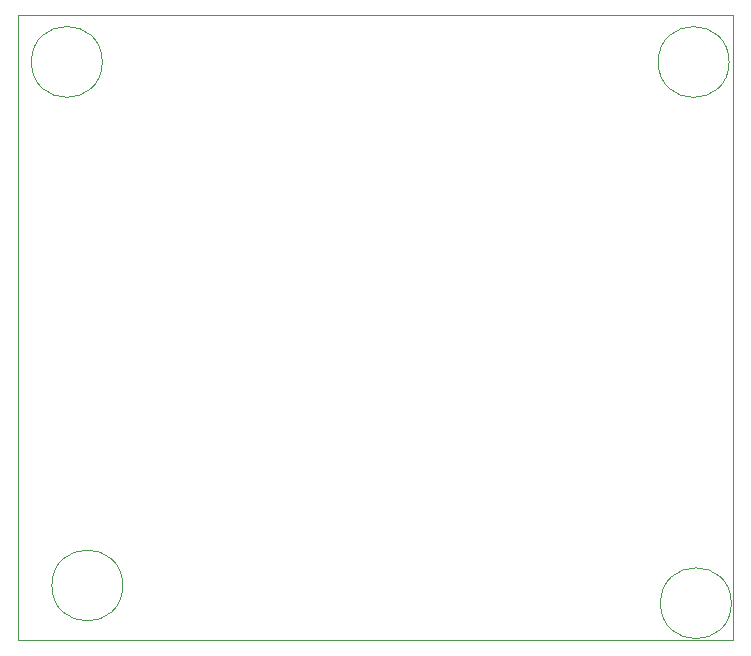
<source format=gbr>
%TF.GenerationSoftware,KiCad,Pcbnew,8.0.4*%
%TF.CreationDate,2024-11-13T12:07:51+05:30*%
%TF.ProjectId,cccccccc,63636363-6363-4636-932e-6b696361645f,rev?*%
%TF.SameCoordinates,Original*%
%TF.FileFunction,Profile,NP*%
%FSLAX46Y46*%
G04 Gerber Fmt 4.6, Leading zero omitted, Abs format (unit mm)*
G04 Created by KiCad (PCBNEW 8.0.4) date 2024-11-13 12:07:51*
%MOMM*%
%LPD*%
G01*
G04 APERTURE LIST*
%TA.AperFunction,Profile*%
%ADD10C,0.050000*%
%TD*%
G04 APERTURE END LIST*
D10*
X124470000Y-98800000D02*
G75*
G02*
X118470000Y-98800000I-3000000J0D01*
G01*
X118470000Y-98800000D02*
G75*
G02*
X124470000Y-98800000I3000000J0D01*
G01*
X115620000Y-50530000D02*
X176180000Y-50530000D01*
X176180000Y-103420000D01*
X115620000Y-103420000D01*
X115620000Y-50530000D01*
X122740000Y-54470000D02*
G75*
G02*
X116740000Y-54470000I-3000000J0D01*
G01*
X116740000Y-54470000D02*
G75*
G02*
X122740000Y-54470000I3000000J0D01*
G01*
X176000000Y-100300000D02*
G75*
G02*
X170000000Y-100300000I-3000000J0D01*
G01*
X170000000Y-100300000D02*
G75*
G02*
X176000000Y-100300000I3000000J0D01*
G01*
X175810000Y-54480000D02*
G75*
G02*
X169810000Y-54480000I-3000000J0D01*
G01*
X169810000Y-54480000D02*
G75*
G02*
X175810000Y-54480000I3000000J0D01*
G01*
M02*

</source>
